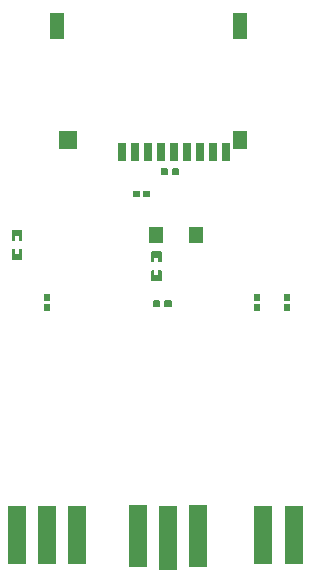
<source format=gtp>
G04 Layer: TopPasteMaskLayer*
G04 EasyEDA v6.5.23, 2023-05-05 12:33:24*
G04 99fe30585978489ba2b06a073ac4f22d,10*
G04 Gerber Generator version 0.2*
G04 Scale: 100 percent, Rotated: No, Reflected: No *
G04 Dimensions in millimeters *
G04 leading zeros omitted , absolute positions ,4 integer and 5 decimal *
%FSLAX45Y45*%
%MOMM*%

%ADD10R,1.6000X5.0000*%
%ADD11R,1.6000X5.5000*%
%ADD12R,1.6000X5.2500*%
%ADD13R,1.2000X1.4000*%
%ADD14R,0.7000X1.6000*%
%ADD15R,1.2000X1.5000*%
%ADD16R,1.2000X2.2000*%
%ADD17R,1.6000X1.5000*%

%LPD*%
G36*
X4203293Y-3896817D02*
G01*
X4196283Y-3901795D01*
X4196283Y-3946804D01*
X4203293Y-3951782D01*
X4251299Y-3951782D01*
X4256278Y-3946804D01*
X4256278Y-3901795D01*
X4251299Y-3896817D01*
G37*
G36*
X4105300Y-3896817D02*
G01*
X4100322Y-3901795D01*
X4100322Y-3946804D01*
X4105300Y-3951782D01*
X4153306Y-3951782D01*
X4160316Y-3946804D01*
X4160316Y-3901795D01*
X4153306Y-3896817D01*
G37*
G36*
X4266793Y-2779217D02*
G01*
X4259783Y-2784195D01*
X4259783Y-2829204D01*
X4266793Y-2834182D01*
X4314799Y-2834182D01*
X4319778Y-2829204D01*
X4319778Y-2784195D01*
X4314799Y-2779217D01*
G37*
G36*
X4168800Y-2779217D02*
G01*
X4163822Y-2784195D01*
X4163822Y-2829204D01*
X4168800Y-2834182D01*
X4216806Y-2834182D01*
X4223816Y-2829204D01*
X4223816Y-2784195D01*
X4216806Y-2779217D01*
G37*
G36*
X2906420Y-3463493D02*
G01*
X2901391Y-3468522D01*
X2901391Y-3548481D01*
X2906420Y-3553510D01*
X2986379Y-3553510D01*
X2991408Y-3548481D01*
X2991408Y-3468522D01*
X2986379Y-3463493D01*
X2963621Y-3463493D01*
X2963621Y-3500526D01*
X2930601Y-3500526D01*
X2930601Y-3463493D01*
G37*
G36*
X2906420Y-3304489D02*
G01*
X2901391Y-3309518D01*
X2901391Y-3388512D01*
X2906420Y-3393490D01*
X2930601Y-3393490D01*
X2930601Y-3355492D01*
X2963621Y-3355492D01*
X2963621Y-3393490D01*
X2986379Y-3393490D01*
X2991408Y-3388512D01*
X2991408Y-3309518D01*
X2986379Y-3304489D01*
G37*
G36*
X5209387Y-3840022D02*
G01*
X5205374Y-3844036D01*
X5205374Y-3894124D01*
X5209387Y-3898087D01*
X5255412Y-3898087D01*
X5259425Y-3894124D01*
X5259425Y-3844036D01*
X5255412Y-3840022D01*
G37*
G36*
X5209387Y-3925112D02*
G01*
X5205374Y-3929075D01*
X5205374Y-3979164D01*
X5209387Y-3983177D01*
X5255412Y-3983177D01*
X5259425Y-3979164D01*
X5259425Y-3929075D01*
X5255412Y-3925112D01*
G37*
G36*
X3177387Y-3840022D02*
G01*
X3173374Y-3844036D01*
X3173374Y-3894124D01*
X3177387Y-3898087D01*
X3223412Y-3898087D01*
X3227425Y-3894124D01*
X3227425Y-3844036D01*
X3223412Y-3840022D01*
G37*
G36*
X3177387Y-3925112D02*
G01*
X3173374Y-3929075D01*
X3173374Y-3979164D01*
X3177387Y-3983177D01*
X3223412Y-3983177D01*
X3227425Y-3979164D01*
X3227425Y-3929075D01*
X3223412Y-3925112D01*
G37*
G36*
X4955387Y-3840022D02*
G01*
X4951374Y-3844036D01*
X4951374Y-3894124D01*
X4955387Y-3898087D01*
X5001412Y-3898087D01*
X5005425Y-3894124D01*
X5005425Y-3844036D01*
X5001412Y-3840022D01*
G37*
G36*
X4955387Y-3925112D02*
G01*
X4951374Y-3929075D01*
X4951374Y-3979164D01*
X4955387Y-3983177D01*
X5001412Y-3983177D01*
X5005425Y-3979164D01*
X5005425Y-3929075D01*
X5001412Y-3925112D01*
G37*
G36*
X4018026Y-2970174D02*
G01*
X4014012Y-2974187D01*
X4014012Y-3020212D01*
X4018026Y-3024225D01*
X4068064Y-3024225D01*
X4072077Y-3020212D01*
X4072077Y-2974187D01*
X4068064Y-2970174D01*
G37*
G36*
X3932936Y-2970174D02*
G01*
X3928922Y-2974187D01*
X3928922Y-3020212D01*
X3932936Y-3024225D01*
X3982974Y-3024225D01*
X3986987Y-3020212D01*
X3986987Y-2974187D01*
X3982974Y-2970174D01*
G37*
G36*
X4087520Y-3482289D02*
G01*
X4082491Y-3487318D01*
X4082491Y-3567277D01*
X4087520Y-3572306D01*
X4110278Y-3572306D01*
X4110278Y-3535273D01*
X4143298Y-3535273D01*
X4143298Y-3572306D01*
X4167479Y-3572306D01*
X4172508Y-3567277D01*
X4172508Y-3487318D01*
X4167479Y-3482289D01*
G37*
G36*
X4087520Y-3642309D02*
G01*
X4082491Y-3647287D01*
X4082491Y-3726281D01*
X4087520Y-3731310D01*
X4167479Y-3731310D01*
X4172508Y-3726281D01*
X4172508Y-3647287D01*
X4167479Y-3642309D01*
X4143298Y-3642309D01*
X4143298Y-3680307D01*
X4110278Y-3680307D01*
X4110278Y-3642309D01*
G37*
D10*
G01*
X3200400Y-5880100D03*
D11*
G01*
X4229100Y-5905500D03*
D10*
G01*
X5295900Y-5880100D03*
G01*
X5029200Y-5880100D03*
D12*
G01*
X4483100Y-5892800D03*
G01*
X3975100Y-5892800D03*
D10*
G01*
X3454400Y-5880100D03*
G01*
X2946400Y-5880100D03*
D13*
G01*
X4462602Y-3340100D03*
G01*
X4122597Y-3340100D03*
D14*
G01*
X4609007Y-2638196D03*
G01*
X4499000Y-2638196D03*
G01*
X4388993Y-2638196D03*
G01*
X4278985Y-2638196D03*
G01*
X4169003Y-2638196D03*
G01*
X4058996Y-2638196D03*
G01*
X3948988Y-2638196D03*
G01*
X3838981Y-2638196D03*
G01*
X4718989Y-2638196D03*
D15*
G01*
X4839004Y-2538196D03*
D16*
G01*
X4839004Y-1578203D03*
G01*
X3288995Y-1578203D03*
D17*
G01*
X3378987Y-2538196D03*
M02*

</source>
